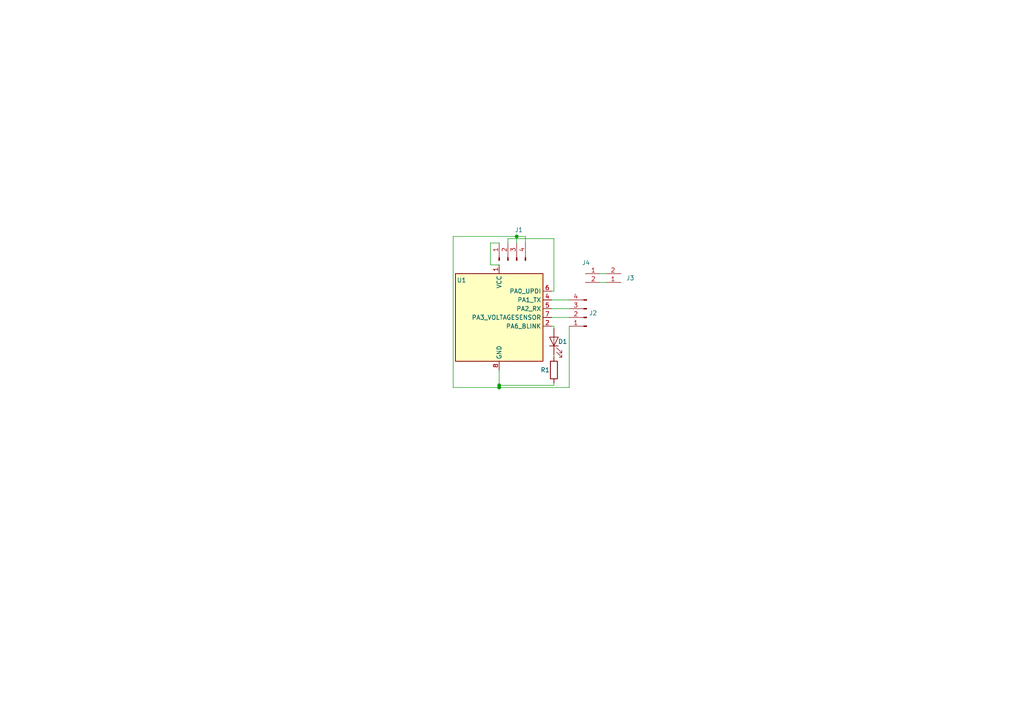
<source format=kicad_sch>
(kicad_sch (version 20211123) (generator eeschema)
  (paper "A4")
  (lib_symbols
    (symbol "Fab Library:Conn_PinHeader_1x02_P2.54mm_Horizontal_SMD" (pin_names (offset 1.016))
      (property "Reference" "J" (at 0 2.54 0))
      (property "Value" "Conn_PinHeader_1x02_P2.54mm_Horizontal_SMD" (at 0 -5.08 0))
      (symbol "Conn_PinHeader_1x02_P2.54mm_Horizontal_SMD_1_1"
        (polyline (pts (xy 1.27 -2.54) (xy 0.8636 -2.54)) (stroke (width 0.1524)))
        (polyline (pts (xy 1.27 0) (xy 0.8636 0)) (stroke (width 0.1524)))
        (pin passive line (at 5.08 0 180) (length 3.81) (name "~") (number "1"))
        (pin passive line (at 5.08 -2.54 180) (length 3.81) (name "~") (number "2"))
      )
    )
    (symbol "Fab Library:Conn_PinHeader_1x04_P2.54mm_Horizontal_SMD" (pin_names (offset 1.016) hide)
      (property "Reference" "J" (at 0 5.08 0))
      (property "Value" "Conn_PinHeader_1x04_P2.54mm_Horizontal_SMD" (at 0 -7.62 0))
      (symbol "Conn_PinHeader_1x04_P2.54mm_Horizontal_SMD_1_1"
        (polyline (pts (xy 1.27 -5.08) (xy 0.8636 -5.08)) (stroke (width 0.1524)))
        (polyline (pts (xy 1.27 -2.54) (xy 0.8636 -2.54)) (stroke (width 0.1524)))
        (polyline (pts (xy 1.27 0) (xy 0.8636 0)) (stroke (width 0.1524)))
        (polyline (pts (xy 1.27 2.54) (xy 0.8636 2.54)) (stroke (width 0.1524)))
        (rectangle (start 0.8636 -4.953) (end 0 -5.207) (stroke (width 0.1524)) (fill (type outline)))
        (rectangle (start 0.8636 -2.413) (end 0 -2.667) (stroke (width 0.1524)) (fill (type outline)))
        (rectangle (start 0.8636 0.127) (end 0 -0.127) (stroke (width 0.1524)) (fill (type outline)))
        (rectangle (start 0.8636 2.667) (end 0 2.413) (stroke (width 0.1524)) (fill (type outline)))
        (pin passive line (at 5.08 2.54 180) (length 3.81) (name "Pin_1") (number "1"))
        (pin passive line (at 5.08 0 180) (length 3.81) (name "Pin_2") (number "2"))
        (pin passive line (at 5.08 -2.54 180) (length 3.81) (name "Pin_3") (number "3"))
        (pin passive line (at 5.08 -5.08 180) (length 3.81) (name "Pin_4") (number "4"))
      )
    )
    (symbol "Fab Library:LED" (pin_numbers hide) (pin_names (offset 1.016) hide)
      (property "Reference" "D" (at 0 2.54 0))
      (property "Value" "LED" (at 0 -2.54 0))
      (symbol "LED_0_1"
        (polyline (pts (xy -1.27 -1.27) (xy -1.27 1.27)) (stroke (width 0.2032)))
        (polyline (pts (xy -1.27 0) (xy 1.27 0)))
        (polyline (pts (xy 1.27 -1.27) (xy 1.27 1.27) (xy -1.27 0) (xy 1.27 -1.27)) (stroke (width 0.2032)))
        (polyline (pts (xy -3.048 -0.762) (xy -4.572 -2.286) (xy -3.81 -2.286) (xy -4.572 -2.286) (xy -4.572 -1.524)))
        (polyline (pts (xy -1.778 -0.762) (xy -3.302 -2.286) (xy -2.54 -2.286) (xy -3.302 -2.286) (xy -3.302 -1.524)))
      )
      (symbol "LED_1_1"
        (pin passive line (at -3.81 0 0) (length 2.54) (name "K") (number "1"))
        (pin passive line (at 3.81 0 180) (length 2.54) (name "A") (number "2"))
      )
    )
    (symbol "Fab Library:R" (pin_numbers hide) (pin_names (offset 0))
      (property "Reference" "R" (at 2.032 0 90))
      (property "Value" "R" (at 0 0 90))
      (symbol "R_0_1"
        (rectangle (start -1.016 -2.54) (end 1.016 2.54) (stroke (width 0.254)))
      )
      (symbol "R_1_1"
        (pin passive line (at 0 3.81 270) (length 1.27) (name "~") (number "1"))
        (pin passive line (at 0 -3.81 90) (length 1.27) (name "~") (number "2"))
      )
    )
    (symbol "MCU_Microchip_ATtiny:ATtiny412-SS"
      (property "Reference" "U?" (at -13.97 1.2701 0))
      (property "Value" "ATtiny412-SS" (at -13.97 -1.2699 0))
      (symbol "ATtiny412-SS_0_1"
        (rectangle (start -12.7 -12.7) (end 12.7 12.7) (stroke (width 0.254)) (fill (type background)))
      )
      (symbol "ATtiny412-SS_1_1"
        (pin power_in line (at 0 15.24 270) (length 2.54) (name "VCC") (number "1"))
        (pin output line (at 15.24 -2.54 180) (length 2.54) (name "PA6_BLINK") (number "2"))
        (pin bidirectional line (at 15.24 -5.08 180) (length 2.54) hide (name "PA7") (number "3"))
        (pin bidirectional line (at 15.24 5.08 180) (length 2.54) (name "PA1_TX") (number "4"))
        (pin bidirectional line (at 15.24 2.54 180) (length 2.54) (name "PA2_RX") (number "5"))
        (pin bidirectional line (at 15.24 7.62 180) (length 2.54) (name "PA0_UPDI") (number "6"))
        (pin input line (at 15.24 0 180) (length 2.54) (name "PA3_VOLTAGESENSOR") (number "7"))
        (pin power_in line (at 0 -15.24 90) (length 2.54) (name "GND") (number "8"))
      )
    )
  )
  (junction (at 144.78 111.76))
  (junction (at 149.86 68.58))
  (junction (at 144.78 112.395))
  (wire (pts (xy 160.02 94.615) (xy 160.655 94.615)))
  (wire (pts (xy 144.78 111.76) (xy 160.655 111.76)))
  (wire (pts (xy 160.655 69.215) (xy 147.32 69.215)))
  (wire (pts (xy 131.445 68.58) (xy 149.86 68.58)))
  (wire (pts (xy 160.655 103.505) (xy 160.655 102.87)))
  (wire (pts (xy 152.4 70.485) (xy 152.4 68.58)))
  (wire (pts (xy 144.78 111.76) (xy 144.78 112.395)))
  (wire (pts (xy 149.86 68.58) (xy 149.86 70.485)))
  (wire (pts (xy 160.655 94.615) (xy 160.655 95.25)))
  (wire (pts (xy 173.99 81.915) (xy 175.895 81.915)))
  (wire (pts (xy 160.02 86.995) (xy 165.1 86.995)))
  (wire (pts (xy 165.1 94.615) (xy 165.1 112.395)))
  (wire (pts (xy 144.78 70.485) (xy 142.24 70.485)))
  (wire (pts (xy 160.655 111.125) (xy 160.655 111.76)))
  (wire (pts (xy 144.78 112.395) (xy 165.1 112.395)))
  (wire (pts (xy 152.4 68.58) (xy 149.86 68.58)))
  (wire (pts (xy 131.445 112.395) (xy 144.78 112.395)))
  (wire (pts (xy 173.99 79.375) (xy 175.895 79.375)))
  (wire (pts (xy 131.445 68.58) (xy 131.445 112.395)))
  (wire (pts (xy 160.655 84.455) (xy 160.02 84.455)))
  (wire (pts (xy 160.02 92.075) (xy 165.1 92.075)))
  (wire (pts (xy 160.655 69.215) (xy 160.655 84.455)))
  (wire (pts (xy 142.24 70.485) (xy 142.24 76.835)))
  (wire (pts (xy 147.32 69.215) (xy 147.32 70.485)))
  (wire (pts (xy 160.02 89.535) (xy 165.1 89.535)))
  (wire (pts (xy 144.78 107.315) (xy 144.78 111.76)))
  (wire (pts (xy 142.24 76.835) (xy 144.78 76.835)))
  (symbol (lib_id "MCU_Microchip_ATtiny:ATtiny412-SS") (at 144.78 92.075 0) (unit 1)
    (property "Reference" "U1" (at 135.255 81.28 0) (effects (justify right)))
    (property "Value" "ATtiny412-SS" (effects hide))
    (property "Footprint" "Package_SO:SOIC-8_3.9x4.9mm_P1.27mm" (effects hide))
    (property "Datasheet" "http://ww1.microchip.com/downloads/en/DeviceDoc/40001911A.pdf" (effects hide))
  )
  (symbol (lib_id "Fab Library:Conn_PinHeader_1x04_P2.54mm_Horizontal_SMD") (at 170.18 92.075 180) (unit 1)
    (property "Reference" "J2" (at 170.815 90.805 0) (effects (justify right)))
    (property "Value" "Conn_PinHeader_1x04_P2.54mm_Horizontal_SMD" (effects hide))
    (property "Footprint" "fab:PinHeader_1x04_P2.54mm_Horizontal_SMD" (effects hide))
  )
  (symbol (lib_id "Fab Library:Conn_PinHeader_1x02_P2.54mm_Horizontal_SMD") (at 180.975 81.915 180) (unit 1)
    (property "Reference" "J3" (at 181.61 80.6449 0) (effects (justify right)))
    (property "Value" "Conn_PinHeader_1x02_P2.54mm_Horizontal_SMD" (effects hide))
    (property "Footprint" "fab:PinHeader_UPDI_01x02_P2.54mm_Horizontal_SMD" (effects hide))
  )
  (symbol (lib_id "Fab Library:LED") (at 160.655 99.06 90) (unit 1)
    (property "Reference" "D1" (at 163.195 99.06 90))
    (property "Value" "LED" (effects hide))
    (property "Footprint" "fab:LED_1206" (effects hide))
    (property "Datasheet" "https://optoelectronics.liteon.com/upload/download/DS-22-98-0002/LTST-C150CKT.pdf" (effects hide))
  )
  (symbol (lib_id "Fab Library:Conn_PinHeader_1x02_P2.54mm_Horizontal_SMD") (at 168.91 79.375 0) (unit 1)
    (property "Reference" "J4" (at 169.9768 76.2 0))
    (property "Value" "Conn_PinHeader_1x02_P2.54mm_Horizontal_SMD" (effects hide))
    (property "Footprint" "fab:PinHeader_UPDI_01x02_P2.54mm_Horizontal_SMD" (effects hide))
  )
  (symbol (lib_id "Fab Library:Conn_PinHeader_1x04_P2.54mm_Horizontal_SMD") (at 147.32 75.565 90) (unit 1)
    (property "Reference" "J1" (at 150.495 66.675 90))
    (property "Value" "Conn_PinHeader_1x04_P2.54mm_Horizontal_SMD" (effects hide))
    (property "Footprint" "fab:PinHeader_1x04_P2.54mm_Horizontal_SMD" (effects hide))
  )
  (symbol (lib_id "Fab Library:R") (at 160.655 107.315 180) (unit 1)
    (property "Reference" "R1" (at 158.115 107.315 0))
    (property "Value" "R" (effects hide))
    (property "Footprint" "fab:R_1206" (effects hide))
  )
)
</source>
